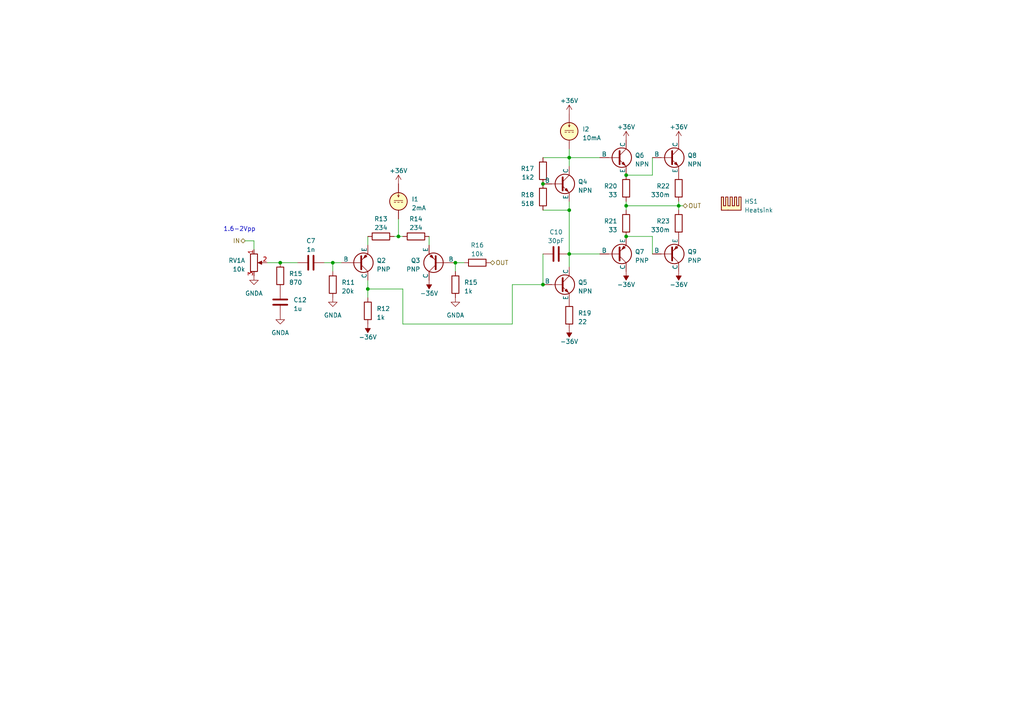
<source format=kicad_sch>
(kicad_sch (version 20230121) (generator eeschema)
  (paper "A4")
  (title_block (title "USB DAC & Headphone Amplifier") (date "2023-03-24") (rev "1") (comment 3 "License: MIT License") (comment 4 "Author: Jona Heinke"))
  (lib_symbols
    (symbol "Device:C" (pin_numbers hide) (pin_names (offset 0.254))
      (property "Reference" "C" (at 0.635 2.54 0))
      (property "Value" "C" (at 0.635 -2.54 0))
      (symbol "C_0_1"
        (polyline (pts (xy -2.032 -0.762) (xy 2.032 -0.762)) (stroke (width 0.508)))
        (polyline (pts (xy -2.032 0.762) (xy 2.032 0.762)) (stroke (width 0.508)))
      )
      (symbol "C_1_1"
        (pin passive line (at 0 3.81 270) (length 2.794) (name "~") (number "1"))
        (pin passive line (at 0 -3.81 90) (length 2.794) (name "~") (number "2"))
      )
    )
    (symbol "Device:R" (pin_numbers hide) (pin_names (offset 0))
      (property "Reference" "R" (at 2.032 0 90))
      (property "Value" "R" (at 0 0 90))
      (symbol "R_0_1"
        (rectangle (start -1.016 -2.54) (end 1.016 2.54) (stroke (width 0.254)))
      )
      (symbol "R_1_1"
        (pin passive line (at 0 3.81 270) (length 1.27) (name "~") (number "1"))
        (pin passive line (at 0 -3.81 90) (length 1.27) (name "~") (number "2"))
      )
    )
    (symbol "Device:R_Potentiometer_Dual_Separate" (pin_names (offset 1.016) hide)
      (property "Reference" "RV" (at -4.445 0 90))
      (property "Value" "R_Potentiometer_Dual_Separate" (at -2.54 0 90))
      (symbol "R_Potentiometer_Dual_Separate_0_1"
        (polyline (pts (xy 2.54 0) (xy 1.524 0)))
        (polyline (pts (xy 1.143 0) (xy 2.286 0.508) (xy 2.286 -0.508) (xy 1.143 0)) (fill (type outline)))
        (rectangle (start 1.016 2.54) (end -1.016 -2.54) (stroke (width 0.254)))
      )
      (symbol "R_Potentiometer_Dual_Separate_1_1"
        (pin passive line (at 0 3.81 270) (length 1.27) (name "1") (number "1"))
        (pin passive line (at 3.81 0 180) (length 1.27) (name "2") (number "2"))
        (pin passive line (at 0 -3.81 90) (length 1.27) (name "3") (number "3"))
      )
      (symbol "R_Potentiometer_Dual_Separate_2_1"
        (pin passive line (at 0 3.81 270) (length 1.27) (name "4") (number "4"))
        (pin passive line (at 3.81 0 180) (length 1.27) (name "5") (number "5"))
        (pin passive line (at 0 -3.81 90) (length 1.27) (name "6") (number "6"))
      )
    )
    (symbol "Mechanical:Heatsink" (pin_names (offset 1.016))
      (property "Reference" "HS" (at 0 5.08 0))
      (property "Value" "Heatsink" (at 0 -1.27 0))
      (symbol "Heatsink_0_1"
        (polyline (pts (xy -0.3302 1.27) (xy -0.9652 1.27) (xy -0.9652 3.81) (xy -1.6002 3.81) (xy -1.6002 1.27) (xy -2.2352 1.27) (xy -2.2352 3.81) (xy -2.8702 3.81) (xy -2.8702 0) (xy -0.9652 0)) (stroke (width 0.254)) (fill (type background)))
        (polyline (pts (xy -0.3302 1.27) (xy -0.3302 3.81) (xy 0.3048 3.81) (xy 0.3048 1.27) (xy 0.9398 1.27) (xy 0.9398 3.81) (xy 1.5748 3.81) (xy 1.5748 1.27) (xy 2.2098 1.27) (xy 2.2098 3.81) (xy 2.8448 3.81) (xy 2.8448 0) (xy -0.9652 0)) (stroke (width 0.254)) (fill (type background)))
      )
    )
    (symbol "Simulation_SPICE:IDC" (pin_numbers hide) (pin_names (offset 0.0254))
      (property "Reference" "I" (at 2.54 2.54 0))
      (property "Value" "1" (at 2.54 0 0))
      (symbol "IDC_0_0"
        (polyline (pts (xy -1.27 0.254) (xy 1.27 0.254)))
        (polyline (pts (xy -0.762 -0.254) (xy -1.27 -0.254)))
        (polyline (pts (xy 0.254 -0.254) (xy -0.254 -0.254)))
        (polyline (pts (xy 1.27 -0.254) (xy 0.762 -0.254)))
      )
      (symbol "IDC_0_1"
        (polyline (pts (xy 0 1.27) (xy 0 2.286)))
        (polyline (pts (xy -0.254 1.778) (xy 0 1.27) (xy 0.254 1.778)))
        (circle (center 0 0) (radius 2.54) (stroke (width 0.254)) (fill (type background)))
      )
      (symbol "IDC_1_1"
        (pin passive line (at 0 5.08 270) (length 2.54) (name "~") (number "1"))
        (pin passive line (at 0 -5.08 90) (length 2.54) (name "~") (number "2"))
      )
    )
    (symbol "Simulation_SPICE:NPN" (pin_numbers hide) (pin_names (offset 0))
      (property "Reference" "Q" (at -2.54 7.62 0))
      (property "Value" "NPN" (at -2.54 5.08 0))
      (symbol "NPN_0_1"
        (polyline (pts (xy -2.54 0) (xy 0.635 0)) (stroke (width 0.1524)))
        (polyline (pts (xy 0.635 0.635) (xy 2.54 2.54)))
        (polyline (pts (xy 2.794 -1.27) (xy 2.794 -1.27)) (stroke (width 0.1524)))
        (polyline (pts (xy 2.794 -1.27) (xy 2.794 -1.27)) (stroke (width 0.1524)))
        (polyline (pts (xy 0.635 -0.635) (xy 2.54 -2.54) (xy 2.54 -2.54)))
        (polyline (pts (xy 0.635 1.905) (xy 0.635 -1.905) (xy 0.635 -1.905)) (stroke (width 0.508)))
        (polyline (pts (xy 1.27 -1.778) (xy 1.778 -1.27) (xy 2.286 -2.286) (xy 1.27 -1.778) (xy 1.27 -1.778)) (fill (type outline)))
        (circle (center 1.27 0) (radius 2.8194) (stroke (width 0.254)))
      )
      (symbol "NPN_1_1"
        (pin open_collector line (at 2.54 5.08 270) (length 2.54) (name "C") (number "1"))
        (pin input line (at -5.08 0 0) (length 2.54) (name "B") (number "2"))
        (pin open_emitter line (at 2.54 -5.08 90) (length 2.54) (name "E") (number "3"))
      )
    )
    (symbol "Simulation_SPICE:PNP" (pin_numbers hide) (pin_names (offset 0))
      (property "Reference" "Q" (at -2.54 7.62 0))
      (property "Value" "PNP" (at -2.54 5.08 0))
      (symbol "PNP_0_1"
        (polyline (pts (xy -2.54 0) (xy 0.635 0)) (stroke (width 0.1524)))
        (polyline (pts (xy 0.635 0.635) (xy 2.54 2.54)))
        (polyline (pts (xy 0.635 -0.635) (xy 2.54 -2.54) (xy 2.54 -2.54)))
        (polyline (pts (xy 0.635 1.905) (xy 0.635 -1.905) (xy 0.635 -1.905)) (stroke (width 0.508)))
        (polyline (pts (xy 2.286 -1.778) (xy 1.778 -2.286) (xy 1.27 -1.27) (xy 2.286 -1.778) (xy 2.286 -1.778)) (fill (type outline)))
        (circle (center 1.27 0) (radius 2.8194) (stroke (width 0.254)))
      )
      (symbol "PNP_1_1"
        (pin open_collector line (at 2.54 5.08 270) (length 2.54) (name "C") (number "1"))
        (pin input line (at -5.08 0 0) (length 2.54) (name "B") (number "2"))
        (pin open_emitter line (at 2.54 -5.08 90) (length 2.54) (name "E") (number "3"))
      )
    )
    (symbol "power:+36V" (power) (pin_names (offset 0))
      (property "Value" "+36V" (at 0 3.556 0))
      (symbol "+36V_0_1"
        (polyline (pts (xy -0.762 1.27) (xy 0 2.54)))
        (polyline (pts (xy 0 0) (xy 0 2.54)))
        (polyline (pts (xy 0 2.54) (xy 0.762 1.27)))
      )
      (symbol "+36V_1_1"
        (pin power_in line (at 0 0 90) (length 0) hide (name "+36V") (number "1"))
      )
    )
    (symbol "power:-36V" (power) (pin_names (offset 0))
      (property "Value" "-36V" (at 0 3.81 0))
      (symbol "-36V_0_0"
        (pin power_in line (at 0 0 90) (length 0) hide (name "-36V") (number "1"))
      )
      (symbol "-36V_0_1"
        (polyline (pts (xy 0 0) (xy 0 1.27) (xy 0.762 1.27) (xy 0 2.54) (xy -0.762 1.27) (xy 0 1.27)) (fill (type outline)))
      )
    )
    (symbol "power:GNDA" (power) (pin_names (offset 0))
      (property "Value" "GNDA" (at 0 -3.81 0))
      (symbol "GNDA_0_1"
        (polyline (pts (xy 0 0) (xy 0 -1.27) (xy 1.27 -1.27) (xy 0 -2.54) (xy -1.27 -1.27) (xy 0 -1.27)))
      )
      (symbol "GNDA_1_1"
        (pin power_in line (at 0 0 270) (length 0) hide (name "GNDA") (number "1"))
      )
    )
  )
  (junction (at 96.52 76.2))
  (junction (at 115.57 68.58))
  (junction (at 132.08 76.2))
  (junction (at 106.68 83.82))
  (junction (at 157.48 53.34))
  (junction (at 181.61 59.69))
  (junction (at 165.1 73.66))
  (junction (at 181.61 50.8))
  (junction (at 157.48 82.55))
  (junction (at 196.85 59.69))
  (junction (at 165.1 60.96))
  (junction (at 81.28 76.2))
  (junction (at 165.1 45.72))
  (junction (at 181.61 68.58))
  (wire (pts (xy 181.61 50.8) (xy 189.23 50.8)))
  (wire (pts (xy 165.1 73.66) (xy 173.99 73.66)))
  (wire (pts (xy 165.1 73.66) (xy 165.1 77.47)))
  (wire (pts (xy 157.48 73.66) (xy 157.48 82.55)))
  (wire (pts (xy 165.1 43.18) (xy 165.1 45.72)))
  (wire (pts (xy 73.66 72.39) (xy 73.66 69.85)))
  (wire (pts (xy 106.68 83.82) (xy 106.68 86.36)))
  (wire (pts (xy 116.84 83.82) (xy 106.68 83.82)))
  (wire (pts (xy 181.61 59.69) (xy 181.61 60.96)))
  (wire (pts (xy 148.59 82.55) (xy 148.59 93.98)))
  (wire (pts (xy 124.46 68.58) (xy 124.46 71.12)))
  (wire (pts (xy 115.57 63.5) (xy 115.57 68.58)))
  (wire (pts (xy 114.3 68.58) (xy 115.57 68.58)))
  (wire (pts (xy 181.61 58.42) (xy 181.61 59.69)))
  (wire (pts (xy 77.47 76.2) (xy 81.28 76.2)))
  (wire (pts (xy 81.28 76.2) (xy 86.36 76.2)))
  (wire (pts (xy 157.48 45.72) (xy 165.1 45.72)))
  (wire (pts (xy 115.57 68.58) (xy 116.84 68.58)))
  (wire (pts (xy 165.1 58.42) (xy 165.1 60.96)))
  (wire (pts (xy 181.61 68.58) (xy 189.23 68.58)))
  (wire (pts (xy 181.61 59.69) (xy 196.85 59.69)))
  (wire (pts (xy 116.84 93.98) (xy 116.84 83.82)))
  (wire (pts (xy 189.23 68.58) (xy 189.23 73.66)))
  (wire (pts (xy 165.1 60.96) (xy 165.1 73.66)))
  (wire (pts (xy 96.52 76.2) (xy 96.52 78.74)))
  (wire (pts (xy 73.66 69.85) (xy 71.12 69.85)))
  (wire (pts (xy 189.23 50.8) (xy 189.23 45.72)))
  (wire (pts (xy 165.1 45.72) (xy 165.1 48.26)))
  (wire (pts (xy 157.48 82.55) (xy 148.59 82.55)))
  (wire (pts (xy 157.48 60.96) (xy 165.1 60.96)))
  (wire (pts (xy 106.68 81.28) (xy 106.68 83.82)))
  (wire (pts (xy 116.84 93.98) (xy 148.59 93.98)))
  (wire (pts (xy 93.98 76.2) (xy 96.52 76.2)))
  (wire (pts (xy 132.08 76.2) (xy 134.62 76.2)))
  (wire (pts (xy 106.68 68.58) (xy 106.68 71.12)))
  (wire (pts (xy 96.52 76.2) (xy 99.06 76.2)))
  (wire (pts (xy 196.85 58.42) (xy 196.85 59.69)))
  (wire (pts (xy 132.08 76.2) (xy 132.08 78.74)))
  (wire (pts (xy 196.85 59.69) (xy 198.12 59.69)))
  (wire (pts (xy 196.85 59.69) (xy 196.85 60.96)))
  (wire (pts (xy 165.1 45.72) (xy 173.99 45.72)))
  (text "1.6-2Vpp" (at 64.77 67.31 0) (effects (font (size 1.27 1.27)) (justify left bottom)))
  (hierarchical_label "OUT" (shape bidirectional) (at 198.12 59.69 0))
  (hierarchical_label "OUT" (shape bidirectional) (at 142.24 76.2 0))
  (hierarchical_label "IN" (shape bidirectional) (at 71.12 69.85 180))
  (symbol (lib_id "Device:R") (at 138.43 76.2 90) (unit 1)
    (property "Reference" "R16" (at 138.43 71.12 90))
    (property "Value" "10k" (at 138.43 73.66 90))
    (property "Footprint" "Resistor_THT:R_Axial_DIN0207_L6.3mm_D2.5mm_P10.16mm_Horizontal" (effects hide))
    (instances (project "dac" (path "" (reference "R16") (unit 1)) (path "" (reference "R27") (unit 1)) (path "" (reference "R35") (unit 1))))
  )
  (symbol (lib_id "Device:R") (at 120.65 68.58 90) (unit 1)
    (property "Reference" "R14" (at 120.65 63.5 90))
    (property "Value" "234" (at 120.65 66.04 90))
    (property "Footprint" "Resistor_THT:R_Axial_DIN0207_L6.3mm_D2.5mm_P10.16mm_Horizontal" (effects hide))
    (instances (project "dac" (path "" (reference "R14") (unit 1)) (path "" (reference "R25") (unit 1)) (path "" (reference "R33") (unit 1))))
  )
  (symbol (lib_id "Simulation_SPICE:PNP") (at 179.07 73.66 0) (mirror x) (unit 1)
    (property "Reference" "Q7" (at 184.15 73.025 0) (effects (justify left)))
    (property "Value" "PNP" (at 184.15 75.565 0) (effects (justify left)))
    (property "Sim.Device" "PNP" (effects hide))
    (property "Sim.Type" "GUMMELPOON" (effects hide))
    (property "Sim.Pins" "1=C 2=B 3=E" (effects hide))
    (instances (project "dac" (path "" (reference "Q7") (unit 1)) (path "" (reference "Q11") (unit 1)) (path "" (reference "Q18") (unit 1))))
  )
  (symbol (lib_id "Device:R") (at 181.61 64.77 0) (mirror x) (unit 1)
    (property "Reference" "R21" (at 179.07 64.135 0) (effects (justify right)))
    (property "Value" "33" (at 179.07 66.675 0) (effects (justify right)))
    (property "Footprint" "Resistor_THT:R_Axial_DIN0207_L6.3mm_D2.5mm_P10.16mm_Horizontal" (effects hide))
    (instances (project "dac" (path "" (reference "R21") (unit 1)) (path "" (reference "R32") (unit 1)) (path "" (reference "R40") (unit 1))))
  )
  (symbol (lib_id "power:-36V") (at 181.61 78.74 0) (mirror x) (unit 1)
    (property "Reference" "#PWR024" (effects hide))
    (property "Value" "-33V" (at 181.61 82.55 0))
    (instances (project "dac" (path "" (reference "#PWR024") (unit 1)) (path "" (reference "#PWR055") (unit 1)) (path "" (reference "#PWR063") (unit 1))))
  )
  (symbol (lib_id "Simulation_SPICE:IDC") (at 165.1 38.1 0) (unit 1)
    (property "Reference" "I2" (at 168.91 37.465 0) (effects (justify left)))
    (property "Value" "10mA" (at 168.91 40.005 0) (effects (justify left)))
    (property "Sim.Pins" "1=+ 2=-" (effects hide))
    (property "Sim.Type" "DC" (effects hide))
    (property "Sim.Device" "I" (effects hide))
    (instances (project "dac" (path "" (reference "I2") (unit 1)) (path "" (reference "I2") (unit 1)) (path "" (reference "I4") (unit 1))))
  )
  (symbol (lib_id "Device:R") (at 157.48 57.15 0) (mirror x) (unit 1)
    (property "Reference" "R18" (at 154.94 56.515 0) (effects (justify right)))
    (property "Value" "518" (at 154.94 59.055 0) (effects (justify right)))
    (property "Footprint" "Resistor_THT:R_Axial_DIN0207_L6.3mm_D2.5mm_P10.16mm_Horizontal" (effects hide))
    (instances (project "dac" (path "" (reference "R18") (unit 1)) (path "" (reference "R29") (unit 1)) (path "" (reference "R37") (unit 1))))
  )
  (symbol (lib_id "power:GNDA") (at 73.66 80.01 0) (unit 1)
    (property "Reference" "#PWR033" (effects hide))
    (property "Value" "GNDA" (at 73.66 85.09 0))
    (instances (project "dac" (path "" (reference "#PWR033") (unit 1)) (path "" (reference "#PWR045") (unit 1)) (path "" (reference "#PWR053") (unit 1))))
  )
  (symbol (lib_id "Device:R") (at 132.08 82.55 180) (unit 1)
    (property "Reference" "R15" (at 134.62 81.915 0) (effects (justify right)))
    (property "Value" "1k" (at 134.62 84.455 0) (effects (justify right)))
    (property "Footprint" "Resistor_THT:R_Axial_DIN0207_L6.3mm_D2.5mm_P10.16mm_Horizontal" (effects hide))
    (instances (project "dac" (path "" (reference "R15") (unit 1)) (path "" (reference "R26") (unit 1)) (path "" (reference "R34") (unit 1))))
  )
  (symbol (lib_id "power:+36V") (at 196.85 40.64 0) (unit 1)
    (property "Reference" "#PWR025" (effects hide))
    (property "Value" "+33V" (at 196.85 36.83 0))
    (instances (project "dac" (path "" (reference "#PWR025") (unit 1)) (path "" (reference "#PWR056") (unit 1)) (path "" (reference "#PWR064") (unit 1))))
  )
  (symbol (lib_id "Device:R") (at 196.85 54.61 0) (mirror x) (unit 1)
    (property "Reference" "R22" (at 194.31 53.975 0) (effects (justify right)))
    (property "Value" "330m" (at 194.31 56.515 0) (effects (justify right)))
    (instances (project "dac" (path "" (reference "R22") (unit 1)) (path "" (reference "R33") (unit 1)) (path "" (reference "R41") (unit 1))))
  )
  (symbol (lib_id "power:-36V") (at 106.68 93.98 0) (mirror x) (unit 1)
    (property "Reference" "#PWR012" (effects hide))
    (property "Value" "-33V" (at 106.68 97.79 0))
    (instances (project "dac" (path "" (reference "#PWR012") (unit 1)) (path "" (reference "#PWR048") (unit 1)) (path "" (reference "#PWR056") (unit 1))))
  )
  (symbol (lib_id "Simulation_SPICE:PNP") (at 194.31 73.66 0) (mirror x) (unit 1)
    (property "Reference" "Q9" (at 199.39 73.025 0) (effects (justify left)))
    (property "Value" "PNP" (at 199.39 75.565 0) (effects (justify left)))
    (property "Footprint" "Package_TO_SOT_THT:TO-220-3_Vertical" (effects hide))
    (property "Sim.Device" "PNP" (effects hide))
    (property "Sim.Type" "GUMMELPOON" (effects hide))
    (property "Sim.Pins" "1=C 2=B 3=E" (effects hide))
    (instances (project "dac" (path "" (reference "Q9") (unit 1)) (path "" (reference "Q13") (unit 1)) (path "" (reference "Q20") (unit 1))))
  )
  (symbol (lib_id "power:-36V") (at 196.85 78.74 0) (mirror x) (unit 1)
    (property "Reference" "#PWR026" (effects hide))
    (property "Value" "-33V" (at 196.85 82.55 0))
    (instances (project "dac" (path "" (reference "#PWR026") (unit 1)) (path "" (reference "#PWR057") (unit 1)) (path "" (reference "#PWR065") (unit 1))))
  )
  (symbol (lib_id "power:-36V") (at 124.46 81.28 0) (mirror x) (unit 1)
    (property "Reference" "#PWR018" (effects hide))
    (property "Value" "-33V" (at 124.46 85.09 0))
    (instances (project "dac" (path "" (reference "#PWR018") (unit 1)) (path "" (reference "#PWR050") (unit 1)) (path "" (reference "#PWR058") (unit 1))))
  )
  (symbol (lib_id "Device:R") (at 110.49 68.58 90) (unit 1)
    (property "Reference" "R13" (at 110.49 63.5 90))
    (property "Value" "234" (at 110.49 66.04 90))
    (property "Footprint" "Resistor_THT:R_Axial_DIN0207_L6.3mm_D2.5mm_P10.16mm_Horizontal" (effects hide))
    (instances (project "dac" (path "" (reference "R13") (unit 1)) (path "" (reference "R24") (unit 1)) (path "" (reference "R32") (unit 1))))
  )
  (symbol (lib_id "power:+36V") (at 165.1 33.02 0) (unit 1)
    (property "Reference" "#PWR021" (effects hide))
    (property "Value" "+33V" (at 165.1 29.21 0))
    (instances (project "dac" (path "" (reference "#PWR021") (unit 1)) (path "" (reference "#PWR052") (unit 1)) (path "" (reference "#PWR060") (unit 1))))
  )
  (symbol (lib_id "power:GNDA") (at 96.52 86.36 0) (unit 1)
    (property "Reference" "#PWR010" (effects hide))
    (property "Value" "GNDA" (at 96.52 91.44 0))
    (instances (project "dac" (path "" (reference "#PWR010") (unit 1)) (path "" (reference "#PWR047") (unit 1)) (path "" (reference "#PWR055") (unit 1))))
  )
  (symbol (lib_id "Simulation_SPICE:NPN") (at 194.31 45.72 0) (unit 1)
    (property "Reference" "Q8" (at 199.39 45.085 0) (effects (justify left)))
    (property "Value" "NPN" (at 199.39 47.625 0) (effects (justify left)))
    (property "Footprint" "Package_TO_SOT_THT:TO-220-3_Vertical" (effects hide))
    (property "Sim.Device" "NPN" (effects hide))
    (property "Sim.Type" "GUMMELPOON" (effects hide))
    (property "Sim.Pins" "1=C 2=B 3=E" (effects hide))
    (instances (project "dac" (path "" (reference "Q8") (unit 1)) (path "" (reference "Q12") (unit 1)) (path "" (reference "Q19") (unit 1))))
  )
  (symbol (lib_id "Device:R") (at 157.48 49.53 0) (mirror x) (unit 1)
    (property "Reference" "R17" (at 154.94 48.895 0) (effects (justify right)))
    (property "Value" "1k2" (at 154.94 51.435 0) (effects (justify right)))
    (property "Footprint" "Resistor_THT:R_Axial_DIN0207_L6.3mm_D2.5mm_P10.16mm_Horizontal" (effects hide))
    (instances (project "dac" (path "" (reference "R17") (unit 1)) (path "" (reference "R28") (unit 1)) (path "" (reference "R36") (unit 1))))
  )
  (symbol (lib_id "Device:C") (at 90.17 76.2 90) (unit 1)
    (property "Reference" "C7" (at 90.17 69.85 90))
    (property "Value" "1n" (at 90.17 72.39 90))
    (instances (project "dac" (path "" (reference "C7") (unit 1)) (path "" (reference "C17") (unit 1)) (path "" (reference "C11") (unit 1))))
  )
  (symbol (lib_id "Simulation_SPICE:NPN") (at 179.07 45.72 0) (unit 1)
    (property "Reference" "Q6" (at 184.15 45.085 0) (effects (justify left)))
    (property "Value" "NPN" (at 184.15 47.625 0) (effects (justify left)))
    (property "Sim.Device" "NPN" (effects hide))
    (property "Sim.Type" "GUMMELPOON" (effects hide))
    (property "Sim.Pins" "1=C 2=B 3=E" (effects hide))
    (instances (project "dac" (path "" (reference "Q6") (unit 1)) (path "" (reference "Q10") (unit 1)) (path "" (reference "Q17") (unit 1))))
  )
  (symbol (lib_id "power:+36V") (at 181.61 40.64 0) (unit 1)
    (property "Reference" "#PWR023" (effects hide))
    (property "Value" "+33V" (at 181.61 36.83 0))
    (instances (project "dac" (path "" (reference "#PWR023") (unit 1)) (path "" (reference "#PWR054") (unit 1)) (path "" (reference "#PWR062") (unit 1))))
  )
  (symbol (lib_id "Device:R") (at 81.28 80.01 180) (unit 1)
    (property "Reference" "R15" (at 83.82 79.375 0) (effects (justify right)))
    (property "Value" "870" (at 83.82 81.915 0) (effects (justify right)))
    (property "Footprint" "Resistor_THT:R_Axial_DIN0207_L6.3mm_D2.5mm_P10.16mm_Horizontal" (effects hide))
    (instances (project "dac" (path "" (reference "R15") (unit 1)) (path "" (reference "R21") (unit 1)) (path "" (reference "R29") (unit 1))))
  )
  (symbol (lib_id "Simulation_SPICE:PNP") (at 127 76.2 180) (unit 1)
    (property "Reference" "Q3" (at 121.92 75.565 0) (effects (justify left)))
    (property "Value" "PNP" (at 121.92 78.105 0) (effects (justify left)))
    (property "Sim.Device" "PNP" (effects hide))
    (property "Sim.Type" "GUMMELPOON" (effects hide))
    (property "Sim.Pins" "1=C 2=B 3=E" (effects hide))
    (instances (project "dac" (path "" (reference "Q3") (unit 1)) (path "" (reference "Q7") (unit 1)) (path "" (reference "Q14") (unit 1))))
  )
  (symbol (lib_id "Mechanical:Heatsink") (at 212.09 60.96 0) (unit 1)
    (property "Reference" "HS1" (at 215.9 58.42 0) (effects (justify left)))
    (property "Value" "Heatsink" (at 215.9 60.96 0) (effects (justify left)))
    (property "Footprint" "Heatsink:Heatsink_Fischer_SK104-STCB_35x13mm__2xDrill3.5mm_ScrewM3" (effects hide))
    (instances (project "dac" (path "" (reference "HS1") (unit 1)) (path "" (reference "HS2") (unit 1))))
  )
  (symbol (lib_id "power:-36V") (at 165.1 95.25 0) (mirror x) (unit 1)
    (property "Reference" "#PWR022" (effects hide))
    (property "Value" "-33V" (at 165.1 99.06 0))
    (instances (project "dac" (path "" (reference "#PWR022") (unit 1)) (path "" (reference "#PWR053") (unit 1)) (path "" (reference "#PWR061") (unit 1))))
  )
  (symbol (lib_id "Simulation_SPICE:PNP") (at 104.14 76.2 0) (mirror x) (unit 1)
    (property "Reference" "Q2" (at 109.22 75.565 0) (effects (justify left)))
    (property "Value" "PNP" (at 109.22 78.105 0) (effects (justify left)))
    (property "Sim.Device" "PNP" (effects hide))
    (property "Sim.Type" "GUMMELPOON" (effects hide))
    (property "Sim.Pins" "1=C 2=B 3=E" (effects hide))
    (instances (project "dac" (path "" (reference "Q2") (unit 1)) (path "" (reference "Q6") (unit 1)) (path "" (reference "Q13") (unit 1))))
  )
  (symbol (lib_id "Device:R") (at 196.85 64.77 0) (mirror x) (unit 1)
    (property "Reference" "R23" (at 194.31 64.135 0) (effects (justify right)))
    (property "Value" "330m" (at 194.31 66.675 0) (effects (justify right)))
    (instances (project "dac" (path "" (reference "R23") (unit 1)) (path "" (reference "R34") (unit 1)) (path "" (reference "R42") (unit 1))))
  )
  (symbol (lib_id "Device:R") (at 181.61 54.61 0) (mirror x) (unit 1)
    (property "Reference" "R20" (at 179.07 53.975 0) (effects (justify right)))
    (property "Value" "33" (at 179.07 56.515 0) (effects (justify right)))
    (property "Footprint" "Resistor_THT:R_Axial_DIN0207_L6.3mm_D2.5mm_P10.16mm_Horizontal" (effects hide))
    (instances (project "dac" (path "" (reference "R20") (unit 1)) (path "" (reference "R31") (unit 1)) (path "" (reference "R39") (unit 1))))
  )
  (symbol (lib_id "Device:R") (at 106.68 90.17 180) (unit 1)
    (property "Reference" "R12" (at 109.22 89.535 0) (effects (justify right)))
    (property "Value" "1k" (at 109.22 92.075 0) (effects (justify right)))
    (property "Footprint" "Resistor_THT:R_Axial_DIN0207_L6.3mm_D2.5mm_P10.16mm_Horizontal" (effects hide))
    (instances (project "dac" (path "" (reference "R12") (unit 1)) (path "" (reference "R23") (unit 1)) (path "" (reference "R31") (unit 1))))
  )
  (symbol (lib_id "Device:C") (at 81.28 87.63 0) (unit 1)
    (property "Reference" "C12" (at 85.09 86.995 0) (effects (justify left)))
    (property "Value" "1u" (at 85.09 89.535 0) (effects (justify left)))
    (instances (project "dac" (path "" (reference "C12") (unit 1)) (path "" (reference "C16") (unit 1)) (path "" (reference "C10") (unit 1))))
  )
  (symbol (lib_id "Device:R_Potentiometer_Dual_Separate") (at 73.66 76.2 0) (unit 1)
    (property "Reference" "RV1" (at 71.12 75.565 0) (effects (justify right)))
    (property "Value" "10k" (at 71.12 78.105 0) (effects (justify right)))
    (property "Footprint" "library:RK09L12B" (effects hide))
    (property "Datasheet" "https://cdn-reichelt.de/documents/datenblatt/B400/RK09L.pdf" (effects hide))
    (instances (project "dac" (path "" (reference "RV1") (unit 1)) (path "" (reference "RV1") (unit 1)) (path "" (reference "RV1") (unit 2))))
  )
  (symbol (lib_id "Simulation_SPICE:NPN") (at 162.56 82.55 0) (unit 1)
    (property "Reference" "Q5" (at 167.64 81.915 0) (effects (justify left)))
    (property "Value" "NPN" (at 167.64 84.455 0) (effects (justify left)))
    (property "Sim.Device" "NPN" (effects hide))
    (property "Sim.Type" "GUMMELPOON" (effects hide))
    (property "Sim.Pins" "1=C 2=B 3=E" (effects hide))
    (instances (project "dac" (path "" (reference "Q5") (unit 1)) (path "" (reference "Q9") (unit 1)) (path "" (reference "Q16") (unit 1))))
  )
  (symbol (lib_id "Simulation_SPICE:IDC") (at 115.57 58.42 0) (unit 1)
    (property "Reference" "I1" (at 119.38 57.785 0) (effects (justify left)))
    (property "Value" "2mA" (at 119.38 60.325 0) (effects (justify left)))
    (property "Sim.Pins" "1=+ 2=-" (effects hide))
    (property "Sim.Type" "DC" (effects hide))
    (property "Sim.Device" "I" (effects hide))
    (instances (project "dac" (path "" (reference "I1") (unit 1)) (path "" (reference "I1") (unit 1)) (path "" (reference "I3") (unit 1))))
  )
  (symbol (lib_id "power:GNDA") (at 132.08 86.36 0) (unit 1)
    (property "Reference" "#PWR020" (effects hide))
    (property "Value" "GNDA" (at 132.08 91.44 0))
    (instances (project "dac" (path "" (reference "#PWR020") (unit 1)) (path "" (reference "#PWR051") (unit 1)) (path "" (reference "#PWR059") (unit 1))))
  )
  (symbol (lib_id "Device:R") (at 165.1 91.44 180) (unit 1)
    (property "Reference" "R19" (at 167.64 90.805 0) (effects (justify right)))
    (property "Value" "22" (at 167.64 93.345 0) (effects (justify right)))
    (property "Footprint" "Resistor_THT:R_Axial_DIN0207_L6.3mm_D2.5mm_P10.16mm_Horizontal" (effects hide))
    (instances (project "dac" (path "" (reference "R19") (unit 1)) (path "" (reference "R30") (unit 1)) (path "" (reference "R38") (unit 1))))
  )
  (symbol (lib_id "Simulation_SPICE:NPN") (at 162.56 53.34 0) (unit 1)
    (property "Reference" "Q4" (at 167.64 52.705 0) (effects (justify left)))
    (property "Value" "NPN" (at 167.64 55.245 0) (effects (justify left)))
    (property "Footprint" "Package_TO_SOT_THT:TO-92L_Inline" (effects hide))
    (property "Sim.Device" "NPN" (effects hide))
    (property "Sim.Type" "GUMMELPOON" (effects hide))
    (property "Sim.Pins" "1=C 2=B 3=E" (effects hide))
    (instances (project "dac" (path "" (reference "Q4") (unit 1)) (path "" (reference "Q8") (unit 1)) (path "" (reference "Q15") (unit 1))))
  )
  (symbol (lib_id "Device:R") (at 96.52 82.55 180) (unit 1)
    (property "Reference" "R11" (at 99.06 81.915 0) (effects (justify right)))
    (property "Value" "20k" (at 99.06 84.455 0) (effects (justify right)))
    (property "Footprint" "Resistor_THT:R_Axial_DIN0207_L6.3mm_D2.5mm_P10.16mm_Horizontal" (effects hide))
    (instances (project "dac" (path "" (reference "R11") (unit 1)) (path "" (reference "R22") (unit 1)) (path "" (reference "R30") (unit 1))))
  )
  (symbol (lib_id "power:+36V") (at 115.57 53.34 0) (unit 1)
    (property "Reference" "#PWR013" (effects hide))
    (property "Value" "+33V" (at 115.57 49.53 0))
    (instances (project "dac" (path "" (reference "#PWR013") (unit 1)) (path "" (reference "#PWR049") (unit 1)) (path "" (reference "#PWR057") (unit 1))))
  )
  (symbol (lib_id "power:GNDA") (at 81.28 91.44 0) (unit 1)
    (property "Reference" "#PWR033" (effects hide))
    (property "Value" "GNDA" (at 81.28 96.52 0))
    (instances (project "dac" (path "" (reference "#PWR033") (unit 1)) (path "" (reference "#PWR046") (unit 1)) (path "" (reference "#PWR054") (unit 1))))
  )
  (symbol (lib_id "Device:C") (at 161.29 73.66 90) (unit 1)
    (property "Reference" "C10" (at 161.29 67.31 90))
    (property "Value" "30pF" (at 161.29 69.85 90))
    (instances (project "dac" (path "" (reference "C10") (unit 1)) (path "" (reference "C18") (unit 1)) (path "" (reference "C12") (unit 1))))
  )
)
</source>
